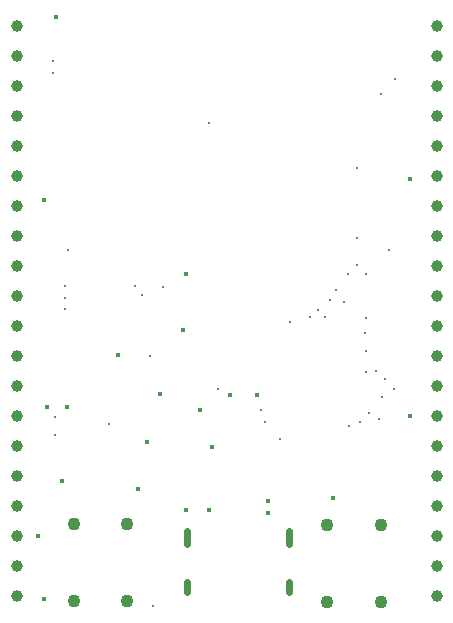
<source format=gbr>
%TF.GenerationSoftware,KiCad,Pcbnew,8.0.1-1.fc39*%
%TF.CreationDate,2024-05-03T11:26:01+02:00*%
%TF.ProjectId,esp32-s3-simple,65737033-322d-4733-932d-73696d706c65,rev?*%
%TF.SameCoordinates,Original*%
%TF.FileFunction,Plated,1,2,PTH,Mixed*%
%TF.FilePolarity,Positive*%
%FSLAX46Y46*%
G04 Gerber Fmt 4.6, Leading zero omitted, Abs format (unit mm)*
G04 Created by KiCad (PCBNEW 8.0.1-1.fc39) date 2024-05-03 11:26:01*
%MOMM*%
%LPD*%
G01*
G04 APERTURE LIST*
%TA.AperFunction,ViaDrill*%
%ADD10C,0.300000*%
%TD*%
%TA.AperFunction,ViaDrill*%
%ADD11C,0.400000*%
%TD*%
G04 aperture for slot hole*
%TA.AperFunction,ComponentDrill*%
%ADD12C,0.600000*%
%TD*%
%TA.AperFunction,ComponentDrill*%
%ADD13C,1.000000*%
%TD*%
%TA.AperFunction,ComponentDrill*%
%ADD14C,1.100000*%
%TD*%
G04 APERTURE END LIST*
D10*
X143750000Y-40250000D03*
X143750000Y-41250000D03*
X143950000Y-70400000D03*
X143950000Y-71850000D03*
X144750000Y-59250000D03*
X144750000Y-60250000D03*
X144750000Y-61250000D03*
X145000000Y-56250000D03*
X148500000Y-71000000D03*
X150700000Y-59250000D03*
X151300000Y-60050000D03*
X152000000Y-65200000D03*
X152250000Y-86350000D03*
X153100000Y-59350000D03*
X157000000Y-45500000D03*
X157750000Y-68000000D03*
X161400000Y-69750000D03*
X161750000Y-70800000D03*
X163000000Y-72250000D03*
X163800000Y-62350000D03*
X165500000Y-61900000D03*
X166169067Y-61290467D03*
X166750000Y-61900000D03*
X167250000Y-60500000D03*
X167750000Y-59600000D03*
X168400000Y-60600000D03*
X168750000Y-58250000D03*
X168800000Y-71100000D03*
X169500000Y-49250000D03*
X169500000Y-55250000D03*
X169500000Y-57500000D03*
X169750000Y-70750000D03*
X170200000Y-63250000D03*
X170250000Y-58250000D03*
X170250000Y-61950000D03*
X170250000Y-64750000D03*
X170300000Y-66550000D03*
X170500000Y-70000000D03*
X171147292Y-66447292D03*
X171400000Y-70500000D03*
X171500000Y-43000000D03*
X171650000Y-68650000D03*
X171877708Y-67122292D03*
X172250000Y-56250000D03*
X172600000Y-68000000D03*
X172750000Y-41750000D03*
D11*
X142500000Y-80400000D03*
X143000000Y-52000000D03*
X143000000Y-85750000D03*
X143250000Y-69500000D03*
X144000000Y-36500000D03*
X144500000Y-75750000D03*
X144950000Y-69500000D03*
X149250000Y-65100000D03*
X151000000Y-76500000D03*
X151750000Y-72500000D03*
X152850000Y-68450000D03*
X154750000Y-63000000D03*
X155000000Y-58250000D03*
X155000000Y-78250000D03*
X156250000Y-69750000D03*
X157000000Y-78250000D03*
X157193016Y-72901500D03*
X158750000Y-68500000D03*
X161000000Y-68500000D03*
X162000000Y-77500000D03*
X162000000Y-78500000D03*
X167500000Y-77250000D03*
X174000000Y-50250000D03*
X174000000Y-70250000D03*
D12*
%TO.C,J3*%
X155110000Y-81120000D02*
X155110000Y-80020000D01*
X155110000Y-85150000D02*
X155110000Y-84350000D01*
X163750000Y-81120000D02*
X163750000Y-80020000D01*
X163750000Y-85150000D02*
X163750000Y-84350000D01*
D13*
%TO.C,J1*%
X140690000Y-37240000D03*
X140690000Y-39780000D03*
X140690000Y-42320000D03*
X140690000Y-44860000D03*
X140690000Y-47400000D03*
X140690000Y-49940000D03*
X140690000Y-52480000D03*
X140690000Y-55020000D03*
X140690000Y-57560000D03*
X140690000Y-60100000D03*
X140690000Y-62640000D03*
X140690000Y-65180000D03*
X140690000Y-67720000D03*
X140690000Y-70260000D03*
X140690000Y-72800000D03*
X140690000Y-75340000D03*
X140690000Y-77880000D03*
X140690000Y-80420000D03*
X140690000Y-82960000D03*
X140690000Y-85500000D03*
%TO.C,J2*%
X176250000Y-37250000D03*
X176250000Y-39790000D03*
X176250000Y-42330000D03*
X176250000Y-44870000D03*
X176250000Y-47410000D03*
X176250000Y-49950000D03*
X176250000Y-52490000D03*
X176250000Y-55030000D03*
X176250000Y-57570000D03*
X176250000Y-60110000D03*
X176250000Y-62650000D03*
X176250000Y-65190000D03*
X176250000Y-67730000D03*
X176250000Y-70270000D03*
X176250000Y-72810000D03*
X176250000Y-75350000D03*
X176250000Y-77890000D03*
X176250000Y-80430000D03*
X176250000Y-82970000D03*
X176250000Y-85510000D03*
D14*
%TO.C,SW2*%
X145500000Y-79450000D03*
X145500000Y-85950000D03*
X150000000Y-79450000D03*
X150000000Y-85950000D03*
%TO.C,SW1*%
X167000000Y-79500000D03*
X167000000Y-86000000D03*
X171500000Y-79500000D03*
X171500000Y-86000000D03*
M02*

</source>
